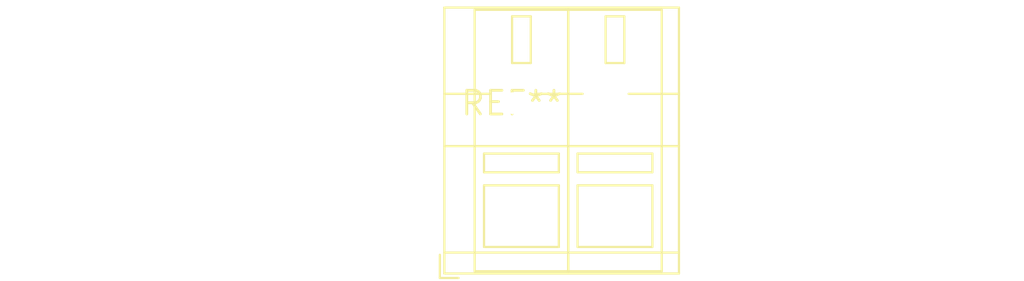
<source format=kicad_pcb>
(kicad_pcb (version 20240108) (generator pcbnew)
  (layers (0 "F.Cu" signal) (31 "B.Cu" signal) (34 "B.Paste" user) (35 "F.Paste" user) (36 "B.SilkS" user "B.Silkscreen") (37 "F.SilkS" user "F.Silkscreen") (38 "B.Mask" user) (39 "F.Mask" user) (44 "Edge.Cuts" user))
  (net 0 "")
  (footprint "TerminalBlock_WAGO_236-102_1x02_P5.00mm_45Degree" (layer "F.Cu") (at 0 0)
    (property "Reference" "REF**")
    (property "Value" "TerminalBlock_WAGO_236-102_1x02_P5.00mm_45Degree")
    (fp_line (start -3.86 8.12) (end -3.86 9.36) (layer "F.SilkS") (stroke (width 0.12)))
    (fp_line (start -3.86 9.36) (end -2.86 9.36) (layer "F.SilkS") (stroke (width 0.12)))
    (fp_line (start -3.62 -5.12) (end -3.62 9.12) (layer "F.SilkS") (stroke (width 0.12)))
    (fp_line (start -3.62 -5.12) (end 8.921 -5.12) (layer "F.SilkS") (stroke (width 0.12)))
    (fp_line (start -3.62 -0.5) (end -1.23 -0.5) (layer "F.SilkS") (stroke (width 0.12)))
    (fp_line (start -3.62 2.3) (end 8.921 2.3) (layer "F.SilkS") (stroke (width 0.12)))
    (fp_line (start -3.62 8) (end 8.921 8) (layer "F.SilkS") (stroke (width 0.12)))
    (fp_line (start -3.62 9.12) (end 8.921 9.12) (layer "F.SilkS") (stroke (width 0.12)))
    (fp_line (start -2 -5) (end -2 9) (layer "F.SilkS") (stroke (width 0.12)))
    (fp_line (start -2 -5) (end 3 -5) (layer "F.SilkS") (stroke (width 0.12)))
    (fp_line (start -2 9) (end 3 9) (layer "F.SilkS") (stroke (width 0.12)))
    (fp_line (start -1.5 2.7) (end -1.5 3.7) (layer "F.SilkS") (stroke (width 0.12)))
    (fp_line (start -1.5 2.7) (end 2.5 2.7) (layer "F.SilkS") (stroke (width 0.12)))
    (fp_line (start -1.5 3.7) (end 2.5 3.7) (layer "F.SilkS") (stroke (width 0.12)))
    (fp_line (start -1.5 4.4) (end -1.5 7.7) (layer "F.SilkS") (stroke (width 0.12)))
    (fp_line (start -1.5 4.4) (end 2.5 4.4) (layer "F.SilkS") (stroke (width 0.12)))
    (fp_line (start -1.5 7.7) (end 2.5 7.7) (layer "F.SilkS") (stroke (width 0.12)))
    (fp_line (start 0 -4.65) (end 0 -2.151) (layer "F.SilkS") (stroke (width 0.12)))
    (fp_line (start 0 -4.65) (end 1 -4.65) (layer "F.SilkS") (stroke (width 0.12)))
    (fp_line (start 0 -2.151) (end 1 -2.151) (layer "F.SilkS") (stroke (width 0.12)))
    (fp_line (start 1 -4.65) (end 1 -2.151) (layer "F.SilkS") (stroke (width 0.12)))
    (fp_line (start 1.23 -0.5) (end 3.77 -0.5) (layer "F.SilkS") (stroke (width 0.12)))
    (fp_line (start 2.5 2.7) (end 2.5 3.7) (layer "F.SilkS") (stroke (width 0.12)))
    (fp_line (start 2.5 4.4) (end 2.5 7.7) (layer "F.SilkS") (stroke (width 0.12)))
    (fp_line (start 3 -5) (end 3 9) (layer "F.SilkS") (stroke (width 0.12)))
    (fp_line (start 3 -5) (end 3 9) (layer "F.SilkS") (stroke (width 0.12)))
    (fp_line (start 3 -5) (end 8 -5) (layer "F.SilkS") (stroke (width 0.12)))
    (fp_line (start 3 9) (end 8 9) (layer "F.SilkS") (stroke (width 0.12)))
    (fp_line (start 3.5 2.7) (end 3.5 3.7) (layer "F.SilkS") (stroke (width 0.12)))
    (fp_line (start 3.5 2.7) (end 7.5 2.7) (layer "F.SilkS") (stroke (width 0.12)))
    (fp_line (start 3.5 3.7) (end 7.5 3.7) (layer "F.SilkS") (stroke (width 0.12)))
    (fp_line (start 3.5 4.4) (end 3.5 7.7) (layer "F.SilkS") (stroke (width 0.12)))
    (fp_line (start 3.5 4.4) (end 7.5 4.4) (layer "F.SilkS") (stroke (width 0.12)))
    (fp_line (start 3.5 7.7) (end 7.5 7.7) (layer "F.SilkS") (stroke (width 0.12)))
    (fp_line (start 5 -4.65) (end 5 -2.151) (layer "F.SilkS") (stroke (width 0.12)))
    (fp_line (start 5 -4.65) (end 6 -4.65) (layer "F.SilkS") (stroke (width 0.12)))
    (fp_line (start 5 -2.151) (end 6 -2.151) (layer "F.SilkS") (stroke (width 0.12)))
    (fp_line (start 6 -4.65) (end 6 -2.151) (layer "F.SilkS") (stroke (width 0.12)))
    (fp_line (start 6.23 -0.5) (end 8.921 -0.5) (layer "F.SilkS") (stroke (width 0.12)))
    (fp_line (start 7.5 2.7) (end 7.5 3.7) (layer "F.SilkS") (stroke (width 0.12)))
    (fp_line (start 7.5 4.4) (end 7.5 7.7) (layer "F.SilkS") (stroke (width 0.12)))
    (fp_line (start 8 -5) (end 8 9) (layer "F.SilkS") (stroke (width 0.12)))
    (fp_line (start 8.921 -5.12) (end 8.921 9.12) (layer "F.SilkS") (stroke (width 0.12)))
    (pad "1" thru_hole rect (at 0 0) (size 1.5 3) (drill 1.15) (layers *.Cu *.Mask) (remove_unused_layers))
    (pad "2" thru_hole oval (at 5 0) (size 1.5 3) (drill 1.15) (layers *.Cu *.Mask) (remove_unused_layers))
  )
)
</source>
